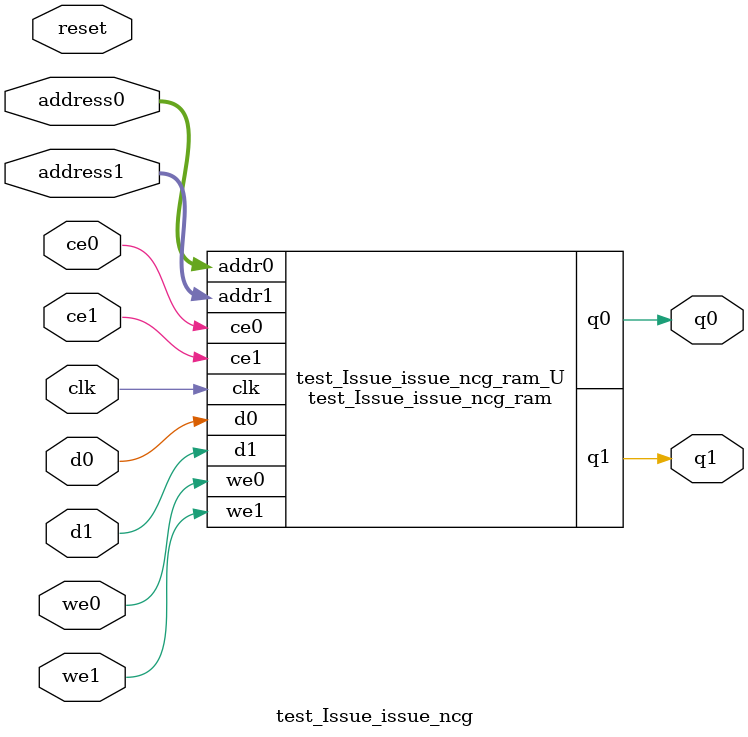
<source format=v>

`timescale 1 ns / 1 ps
module test_Issue_issue_ncg_ram (addr0, ce0, d0, we0, q0, addr1, ce1, d1, we1, q1,  clk);

parameter DWIDTH = 1;
parameter AWIDTH = 5;
parameter MEM_SIZE = 32;

input[AWIDTH-1:0] addr0;
input ce0;
input[DWIDTH-1:0] d0;
input we0;
output reg[DWIDTH-1:0] q0;
input[AWIDTH-1:0] addr1;
input ce1;
input[DWIDTH-1:0] d1;
input we1;
output reg[DWIDTH-1:0] q1;
input clk;

(* ram_style = "block" *)reg [DWIDTH-1:0] ram[0:MEM_SIZE-1];




always @(posedge clk)  
begin 
    if (ce0) 
    begin
        if (we0) 
        begin 
            ram[addr0] <= d0; 
            q0 <= d0;
        end 
        else 
            q0 <= ram[addr0];
    end
end


always @(posedge clk)  
begin 
    if (ce1) 
    begin
        if (we1) 
        begin 
            ram[addr1] <= d1; 
            q1 <= d1;
        end 
        else 
            q1 <= ram[addr1];
    end
end


endmodule


`timescale 1 ns / 1 ps
module test_Issue_issue_ncg(
    reset,
    clk,
    address0,
    ce0,
    we0,
    d0,
    q0,
    address1,
    ce1,
    we1,
    d1,
    q1);

parameter DataWidth = 32'd1;
parameter AddressRange = 32'd32;
parameter AddressWidth = 32'd5;
input reset;
input clk;
input[AddressWidth - 1:0] address0;
input ce0;
input we0;
input[DataWidth - 1:0] d0;
output[DataWidth - 1:0] q0;
input[AddressWidth - 1:0] address1;
input ce1;
input we1;
input[DataWidth - 1:0] d1;
output[DataWidth - 1:0] q1;



test_Issue_issue_ncg_ram test_Issue_issue_ncg_ram_U(
    .clk( clk ),
    .addr0( address0 ),
    .ce0( ce0 ),
    .we0( we0 ),
    .d0( d0 ),
    .q0( q0 ),
    .addr1( address1 ),
    .ce1( ce1 ),
    .we1( we1 ),
    .d1( d1 ),
    .q1( q1 ));

endmodule


</source>
